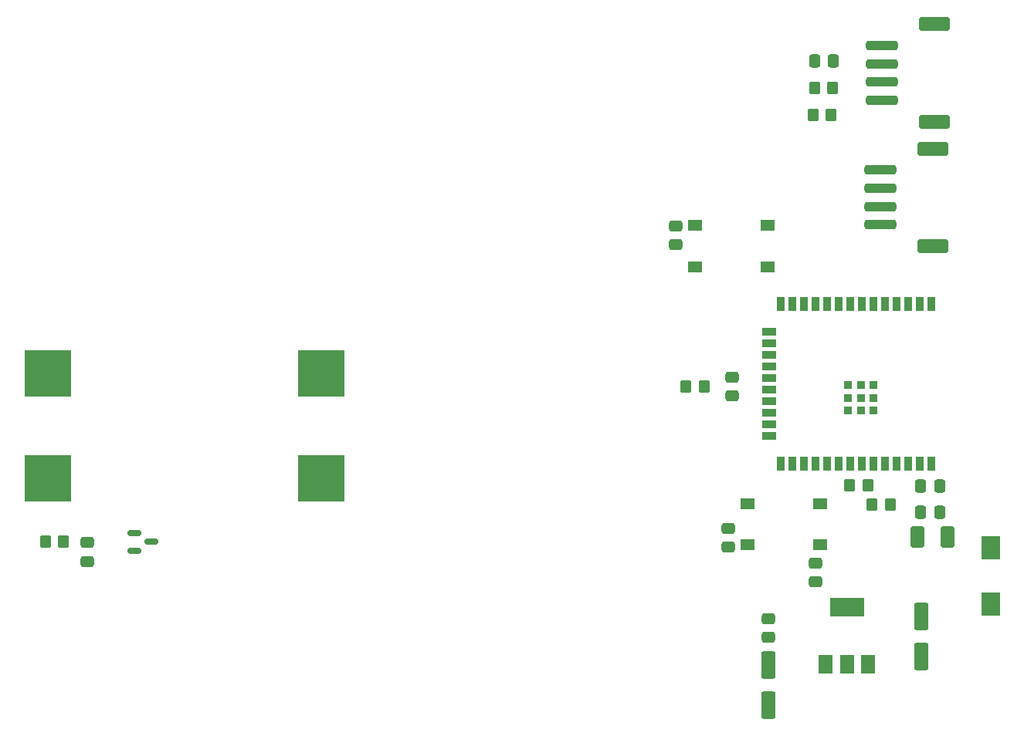
<source format=gbr>
%TF.GenerationSoftware,KiCad,Pcbnew,7.0.8*%
%TF.CreationDate,2023-11-20T11:06:52+02:00*%
%TF.ProjectId,LED Matrix Display,4c454420-4d61-4747-9269-782044697370,rev?*%
%TF.SameCoordinates,Original*%
%TF.FileFunction,Paste,Bot*%
%TF.FilePolarity,Positive*%
%FSLAX46Y46*%
G04 Gerber Fmt 4.6, Leading zero omitted, Abs format (unit mm)*
G04 Created by KiCad (PCBNEW 7.0.8) date 2023-11-20 11:06:52*
%MOMM*%
%LPD*%
G01*
G04 APERTURE LIST*
G04 Aperture macros list*
%AMRoundRect*
0 Rectangle with rounded corners*
0 $1 Rounding radius*
0 $2 $3 $4 $5 $6 $7 $8 $9 X,Y pos of 4 corners*
0 Add a 4 corners polygon primitive as box body*
4,1,4,$2,$3,$4,$5,$6,$7,$8,$9,$2,$3,0*
0 Add four circle primitives for the rounded corners*
1,1,$1+$1,$2,$3*
1,1,$1+$1,$4,$5*
1,1,$1+$1,$6,$7*
1,1,$1+$1,$8,$9*
0 Add four rect primitives between the rounded corners*
20,1,$1+$1,$2,$3,$4,$5,0*
20,1,$1+$1,$4,$5,$6,$7,0*
20,1,$1+$1,$6,$7,$8,$9,0*
20,1,$1+$1,$8,$9,$2,$3,0*%
G04 Aperture macros list end*
%ADD10RoundRect,0.250000X-1.500000X0.250000X-1.500000X-0.250000X1.500000X-0.250000X1.500000X0.250000X0*%
%ADD11RoundRect,0.250001X-1.449999X0.499999X-1.449999X-0.499999X1.449999X-0.499999X1.449999X0.499999X0*%
%ADD12RoundRect,0.250000X0.350000X0.450000X-0.350000X0.450000X-0.350000X-0.450000X0.350000X-0.450000X0*%
%ADD13RoundRect,0.250000X-0.350000X-0.450000X0.350000X-0.450000X0.350000X0.450000X-0.350000X0.450000X0*%
%ADD14RoundRect,0.250000X-0.475000X0.337500X-0.475000X-0.337500X0.475000X-0.337500X0.475000X0.337500X0*%
%ADD15R,0.900000X1.500000*%
%ADD16R,1.500000X0.900000*%
%ADD17R,0.900000X0.900000*%
%ADD18RoundRect,0.250000X-0.550000X1.250000X-0.550000X-1.250000X0.550000X-1.250000X0.550000X1.250000X0*%
%ADD19R,1.550000X1.300000*%
%ADD20R,1.500000X2.000000*%
%ADD21R,3.800000X2.000000*%
%ADD22RoundRect,0.250000X0.475000X-0.337500X0.475000X0.337500X-0.475000X0.337500X-0.475000X-0.337500X0*%
%ADD23R,5.080000X2.540000*%
%ADD24RoundRect,0.250000X-0.337500X-0.475000X0.337500X-0.475000X0.337500X0.475000X-0.337500X0.475000X0*%
%ADD25RoundRect,0.250001X-0.499999X-0.924999X0.499999X-0.924999X0.499999X0.924999X-0.499999X0.924999X0*%
%ADD26RoundRect,0.250000X0.337500X0.475000X-0.337500X0.475000X-0.337500X-0.475000X0.337500X-0.475000X0*%
%ADD27RoundRect,0.150000X-0.587500X-0.150000X0.587500X-0.150000X0.587500X0.150000X-0.587500X0.150000X0*%
%ADD28R,2.000000X2.500000*%
G04 APERTURE END LIST*
D10*
%TO.C,J1*%
X158242000Y-47086000D03*
X158242000Y-49086000D03*
X158242000Y-51086000D03*
X158242000Y-53086000D03*
D11*
X163992000Y-44736000D03*
X163992000Y-55436000D03*
%TD*%
D12*
%TO.C,R5*%
X156750000Y-95350000D03*
X154750000Y-95350000D03*
%TD*%
%TO.C,R3*%
X152882600Y-51739800D03*
X150882600Y-51739800D03*
%TD*%
D13*
%TO.C,R6*%
X157175200Y-97485200D03*
X159175200Y-97485200D03*
%TD*%
D14*
%TO.C,C8*%
X135686800Y-66860600D03*
X135686800Y-68935600D03*
%TD*%
%TO.C,C6*%
X71150000Y-101612500D03*
X71150000Y-103687500D03*
%TD*%
D15*
%TO.C,U1*%
X163703000Y-92972000D03*
X162433000Y-92972000D03*
X161163000Y-92972000D03*
X159893000Y-92972000D03*
X158623000Y-92972000D03*
X157353000Y-92972000D03*
X156083000Y-92972000D03*
X154813000Y-92972000D03*
X153543000Y-92972000D03*
X152273000Y-92972000D03*
X151003000Y-92972000D03*
X149733000Y-92972000D03*
X148463000Y-92972000D03*
X147193000Y-92972000D03*
D16*
X145943000Y-89942000D03*
X145943000Y-88672000D03*
X145943000Y-87402000D03*
X145943000Y-86132000D03*
X145943000Y-84862000D03*
X145943000Y-83592000D03*
X145943000Y-82322000D03*
X145943000Y-81052000D03*
X145943000Y-79782000D03*
X145943000Y-78512000D03*
D15*
X147193000Y-75472000D03*
X148463000Y-75472000D03*
X149733000Y-75472000D03*
X151003000Y-75472000D03*
X152273000Y-75472000D03*
X153543000Y-75472000D03*
X154813000Y-75472000D03*
X156083000Y-75472000D03*
X157353000Y-75472000D03*
X158623000Y-75472000D03*
X159893000Y-75472000D03*
X161163000Y-75472000D03*
X162433000Y-75472000D03*
X163703000Y-75472000D03*
D17*
X154583000Y-87122000D03*
X154583000Y-87122000D03*
X155983000Y-87122000D03*
X157383000Y-87122000D03*
X157383000Y-87122000D03*
X154583000Y-85722000D03*
X154583000Y-85722000D03*
X155983000Y-85722000D03*
X157383000Y-85722000D03*
X154583000Y-84322000D03*
X155983000Y-84322000D03*
X157383000Y-84322000D03*
%TD*%
D18*
%TO.C,C12*%
X162560000Y-109687000D03*
X162560000Y-114087000D03*
%TD*%
D19*
%TO.C,SW2*%
X143560800Y-101854000D03*
X151510800Y-101854000D03*
X143560800Y-97354000D03*
X151510800Y-97354000D03*
%TD*%
D20*
%TO.C,U4*%
X156732000Y-115012000D03*
X154432000Y-115012000D03*
D21*
X154432000Y-108712000D03*
D20*
X152132000Y-115012000D03*
%TD*%
D22*
%TO.C,C14*%
X141427200Y-102129500D03*
X141427200Y-100054500D03*
%TD*%
D23*
%TO.C,J7*%
X66800000Y-81800000D03*
X66800000Y-84340000D03*
X66800000Y-93260000D03*
X66800000Y-95800000D03*
X96800000Y-81800000D03*
X96800000Y-84340000D03*
X96800000Y-93260000D03*
X96800000Y-95800000D03*
%TD*%
D22*
%TO.C,C13*%
X151003000Y-105939500D03*
X151003000Y-103864500D03*
%TD*%
D24*
%TO.C,C9*%
X162517000Y-95377000D03*
X164592000Y-95377000D03*
%TD*%
D25*
%TO.C,C11*%
X162205000Y-100965000D03*
X165455000Y-100965000D03*
%TD*%
D18*
%TO.C,C16*%
X145796000Y-115021000D03*
X145796000Y-119421000D03*
%TD*%
D26*
%TO.C,C2*%
X152958800Y-48793400D03*
X150883800Y-48793400D03*
%TD*%
D22*
%TO.C,C4*%
X141884400Y-85539400D03*
X141884400Y-83464400D03*
%TD*%
D27*
%TO.C,D2*%
X76325000Y-102500000D03*
X76325000Y-100600000D03*
X78200000Y-101550000D03*
%TD*%
D19*
%TO.C,SW1*%
X145707000Y-66838000D03*
X137757000Y-66838000D03*
X145707000Y-71338000D03*
X137757000Y-71338000D03*
%TD*%
D13*
%TO.C,R1*%
X136779000Y-84531200D03*
X138779000Y-84531200D03*
%TD*%
D28*
%TO.C,SW3*%
X170180000Y-108369600D03*
X170180000Y-102209600D03*
%TD*%
D10*
%TO.C,J2*%
X158080000Y-60738000D03*
X158080000Y-62738000D03*
X158080000Y-64738000D03*
X158080000Y-66738000D03*
D11*
X163830000Y-58388000D03*
X163830000Y-69088000D03*
%TD*%
D22*
%TO.C,C15*%
X145796000Y-112014000D03*
X145796000Y-109939000D03*
%TD*%
D12*
%TO.C,R4*%
X68550000Y-101550000D03*
X66550000Y-101550000D03*
%TD*%
%TO.C,R2*%
X152698200Y-54711600D03*
X150698200Y-54711600D03*
%TD*%
D24*
%TO.C,C10*%
X162517000Y-98298000D03*
X164592000Y-98298000D03*
%TD*%
M02*

</source>
